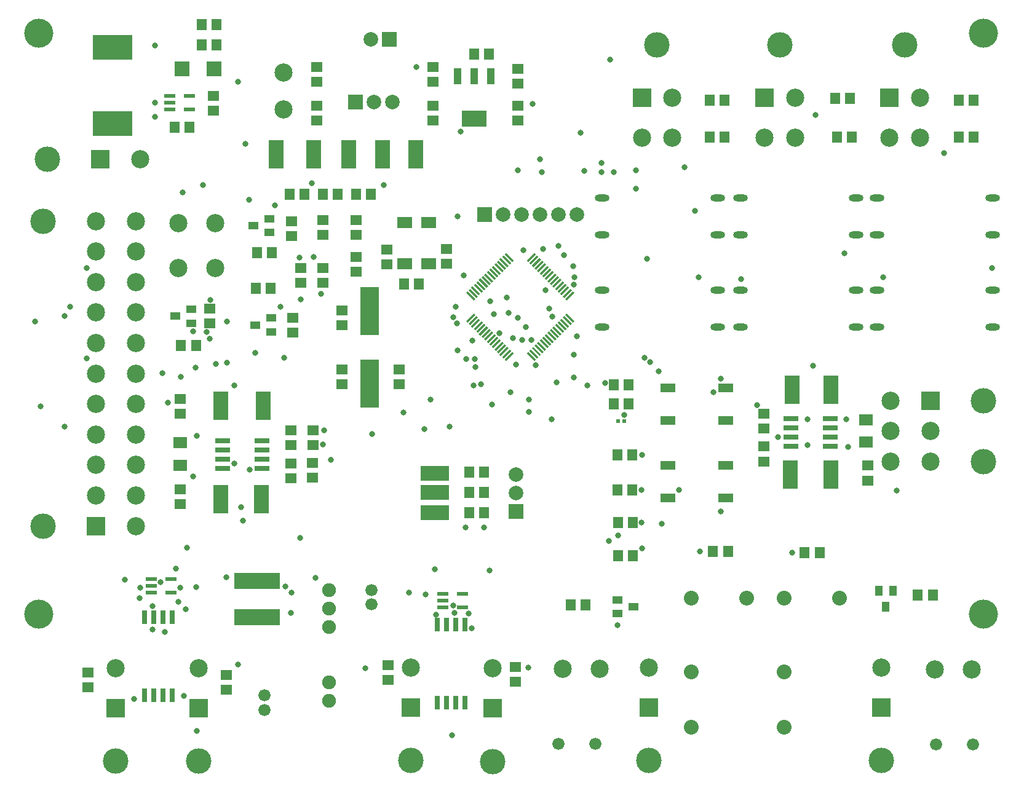
<source format=gts>
G04 #@! TF.FileFunction,Soldermask,Top*
%FSLAX46Y46*%
G04 Gerber Fmt 4.6, Leading zero omitted, Abs format (unit mm)*
G04 Created by KiCad (PCBNEW 4.0.6) date 07/03/17 14:26:51*
%MOMM*%
%LPD*%
G01*
G04 APERTURE LIST*
%ADD10C,0.100000*%
%ADD11C,4.000000*%
%ADD12C,2.500000*%
%ADD13R,2.500000X2.500000*%
%ADD14C,3.508000*%
%ADD15C,1.676400*%
%ADD16C,2.032000*%
%ADD17C,1.905000*%
%ADD18R,1.400000X1.500000*%
%ADD19R,1.000000X1.400000*%
%ADD20R,0.635000X1.905000*%
%ADD21O,2.006600X0.939800*%
%ADD22R,1.500000X1.400000*%
%ADD23R,2.000000X1.600000*%
%ADD24R,2.500000X6.600000*%
%ADD25R,1.500000X0.550000*%
%ADD26R,2.000000X0.750000*%
%ADD27R,1.000000X2.250000*%
%ADD28R,3.500000X2.250000*%
%ADD29R,2.000000X2.000000*%
%ADD30C,2.000000*%
%ADD31R,2.000000X4.000000*%
%ADD32R,4.000000X2.000000*%
%ADD33R,2.000000X1.300000*%
%ADD34R,0.500000X0.500000*%
%ADD35R,1.900000X1.600000*%
%ADD36R,1.400000X1.000000*%
%ADD37R,5.400000X3.500000*%
%ADD38R,6.300000X2.200000*%
%ADD39C,0.800000*%
G04 APERTURE END LIST*
D10*
D11*
X203200000Y-23000000D03*
X203200000Y-103000000D03*
X73200000Y-103000000D03*
D12*
X189128400Y-110400000D03*
D13*
X189128400Y-115900000D03*
D14*
X189128400Y-123200000D03*
D15*
X196669660Y-121000000D03*
X201749660Y-121000000D03*
D16*
X162966400Y-118618000D03*
X162966400Y-110998000D03*
X162966400Y-100838000D03*
X170586400Y-100838000D03*
X175818800Y-118618000D03*
X175818800Y-110998000D03*
X175818800Y-100838000D03*
X183438800Y-100838000D03*
D14*
X73787000Y-48875400D03*
D12*
X86587000Y-48875400D03*
X86587000Y-53075400D03*
X86587000Y-57275400D03*
X86587000Y-61475400D03*
X86587000Y-65675400D03*
X86587000Y-69875400D03*
X86587000Y-74075400D03*
X86587000Y-78275400D03*
X86587000Y-82475400D03*
X86587000Y-86675400D03*
X86587000Y-90875400D03*
X81087000Y-48875400D03*
X81087000Y-53075400D03*
X81087000Y-57275400D03*
X81087000Y-61475400D03*
X81087000Y-65675400D03*
X81087000Y-69875400D03*
X81087000Y-74075400D03*
D13*
X81087000Y-90875400D03*
D12*
X81087000Y-86675400D03*
X81087000Y-82475400D03*
X81087000Y-78275400D03*
D14*
X73787000Y-90875400D03*
D12*
X87171200Y-40335200D03*
D13*
X81671200Y-40335200D03*
D14*
X74371200Y-40335200D03*
D17*
X113155200Y-114935000D03*
X113155200Y-112395000D03*
X113155200Y-104775000D03*
X113155200Y-102235000D03*
X113155200Y-99695000D03*
D12*
X92413200Y-49203200D03*
X97493200Y-49203200D03*
D18*
X168059100Y-94391480D03*
X166009100Y-94391480D03*
D19*
X189801500Y-101963400D03*
X188851500Y-99763400D03*
X190751500Y-99763400D03*
D20*
X131824200Y-104432100D03*
X130554200Y-104432100D03*
X129284200Y-104432100D03*
X128014200Y-104432100D03*
X131824200Y-115176300D03*
X130554200Y-115176300D03*
X129284200Y-115176300D03*
X128014200Y-115176300D03*
D21*
X185699400Y-50749200D03*
X185699400Y-45669200D03*
X185699400Y-58369200D03*
X185699400Y-63449200D03*
X169799000Y-63449200D03*
X169799000Y-58369200D03*
X169799000Y-45669200D03*
X169799000Y-50749200D03*
D22*
X97199291Y-31617175D03*
X97199291Y-33667175D03*
D21*
X166649400Y-50749200D03*
X166649400Y-45669200D03*
X166649400Y-58369200D03*
X166649400Y-63449200D03*
X150749000Y-63449200D03*
X150749000Y-58369200D03*
X150749000Y-45669200D03*
X150749000Y-50749200D03*
X204495400Y-50749200D03*
X204495400Y-45669200D03*
X204495400Y-58369200D03*
X204495400Y-63449200D03*
X188595000Y-63449200D03*
X188595000Y-58369200D03*
X188595000Y-45669200D03*
X188595000Y-50749200D03*
D23*
X126872000Y-54768000D03*
X126872000Y-49118000D03*
X123572000Y-49118000D03*
X123572000Y-54768000D03*
D24*
X118745000Y-71294000D03*
X118745000Y-61294000D03*
D25*
X93879491Y-33545075D03*
X93879491Y-31645075D03*
X91179491Y-31645075D03*
X91179491Y-33545075D03*
X91179491Y-32595075D03*
X91342200Y-100086200D03*
X91342200Y-98186200D03*
X88642200Y-98186200D03*
X88642200Y-100086200D03*
X88642200Y-99136200D03*
X131523200Y-102118200D03*
X131523200Y-100218200D03*
X128823200Y-100218200D03*
X128823200Y-102118200D03*
X128823200Y-101168200D03*
D20*
X91516200Y-103416100D03*
X90246200Y-103416100D03*
X88976200Y-103416100D03*
X87706200Y-103416100D03*
X91516200Y-114160300D03*
X90246200Y-114160300D03*
X88976200Y-114160300D03*
X87706200Y-114160300D03*
D26*
X98483200Y-79120200D03*
X98483200Y-80390200D03*
X98483200Y-81660200D03*
X98483200Y-82930200D03*
X103883200Y-79120200D03*
X103883200Y-80390200D03*
X103883200Y-81660200D03*
X103883200Y-82930200D03*
X182145900Y-79921000D03*
X182145900Y-78651000D03*
X182145900Y-77381000D03*
X182145900Y-76111000D03*
X176745900Y-79921000D03*
X176745900Y-78651000D03*
X176745900Y-77381000D03*
X176745900Y-76111000D03*
D27*
X130796000Y-28956000D03*
X133096000Y-28956000D03*
D28*
X133096000Y-34756000D03*
D27*
X135396000Y-28956000D03*
D29*
X116751100Y-32486600D03*
D30*
X119291100Y-32486600D03*
X121831100Y-32486600D03*
D10*
G36*
X131986024Y-62650544D02*
X133046684Y-61589884D01*
X133258816Y-61802016D01*
X132198156Y-62862676D01*
X131986024Y-62650544D01*
X131986024Y-62650544D01*
G37*
G36*
X132339577Y-63004097D02*
X133400237Y-61943437D01*
X133612369Y-62155569D01*
X132551709Y-63216229D01*
X132339577Y-63004097D01*
X132339577Y-63004097D01*
G37*
G36*
X132693130Y-63357650D02*
X133753790Y-62296990D01*
X133965922Y-62509122D01*
X132905262Y-63569782D01*
X132693130Y-63357650D01*
X132693130Y-63357650D01*
G37*
G36*
X133046684Y-63711204D02*
X134107344Y-62650544D01*
X134319476Y-62862676D01*
X133258816Y-63923336D01*
X133046684Y-63711204D01*
X133046684Y-63711204D01*
G37*
G36*
X133400237Y-64064757D02*
X134460897Y-63004097D01*
X134673029Y-63216229D01*
X133612369Y-64276889D01*
X133400237Y-64064757D01*
X133400237Y-64064757D01*
G37*
G36*
X133753791Y-64418311D02*
X134814451Y-63357651D01*
X135026583Y-63569783D01*
X133965923Y-64630443D01*
X133753791Y-64418311D01*
X133753791Y-64418311D01*
G37*
G36*
X134107344Y-64771864D02*
X135168004Y-63711204D01*
X135380136Y-63923336D01*
X134319476Y-64983996D01*
X134107344Y-64771864D01*
X134107344Y-64771864D01*
G37*
G36*
X134460897Y-65125417D02*
X135521557Y-64064757D01*
X135733689Y-64276889D01*
X134673029Y-65337549D01*
X134460897Y-65125417D01*
X134460897Y-65125417D01*
G37*
G36*
X134814451Y-65478971D02*
X135875111Y-64418311D01*
X136087243Y-64630443D01*
X135026583Y-65691103D01*
X134814451Y-65478971D01*
X134814451Y-65478971D01*
G37*
G36*
X135168004Y-65832524D02*
X136228664Y-64771864D01*
X136440796Y-64983996D01*
X135380136Y-66044656D01*
X135168004Y-65832524D01*
X135168004Y-65832524D01*
G37*
G36*
X135521557Y-66186077D02*
X136582217Y-65125417D01*
X136794349Y-65337549D01*
X135733689Y-66398209D01*
X135521557Y-66186077D01*
X135521557Y-66186077D01*
G37*
G36*
X135875111Y-66539631D02*
X136935771Y-65478971D01*
X137147903Y-65691103D01*
X136087243Y-66751763D01*
X135875111Y-66539631D01*
X135875111Y-66539631D01*
G37*
G36*
X136228664Y-66893184D02*
X137289324Y-65832524D01*
X137501456Y-66044656D01*
X136440796Y-67105316D01*
X136228664Y-66893184D01*
X136228664Y-66893184D01*
G37*
G36*
X136582218Y-67246738D02*
X137642878Y-66186078D01*
X137855010Y-66398210D01*
X136794350Y-67458870D01*
X136582218Y-67246738D01*
X136582218Y-67246738D01*
G37*
G36*
X136935771Y-67600291D02*
X137996431Y-66539631D01*
X138208563Y-66751763D01*
X137147903Y-67812423D01*
X136935771Y-67600291D01*
X136935771Y-67600291D01*
G37*
G36*
X137289324Y-67953844D02*
X138349984Y-66893184D01*
X138562116Y-67105316D01*
X137501456Y-68165976D01*
X137289324Y-67953844D01*
X137289324Y-67953844D01*
G37*
G36*
X145279631Y-59256431D02*
X146340291Y-58195771D01*
X146552423Y-58407903D01*
X145491763Y-59468563D01*
X145279631Y-59256431D01*
X145279631Y-59256431D01*
G37*
G36*
X144926078Y-58902878D02*
X145986738Y-57842218D01*
X146198870Y-58054350D01*
X145138210Y-59115010D01*
X144926078Y-58902878D01*
X144926078Y-58902878D01*
G37*
G36*
X144572524Y-58549324D02*
X145633184Y-57488664D01*
X145845316Y-57700796D01*
X144784656Y-58761456D01*
X144572524Y-58549324D01*
X144572524Y-58549324D01*
G37*
G36*
X144218971Y-58195771D02*
X145279631Y-57135111D01*
X145491763Y-57347243D01*
X144431103Y-58407903D01*
X144218971Y-58195771D01*
X144218971Y-58195771D01*
G37*
G36*
X143865417Y-57842217D02*
X144926077Y-56781557D01*
X145138209Y-56993689D01*
X144077549Y-58054349D01*
X143865417Y-57842217D01*
X143865417Y-57842217D01*
G37*
G36*
X143511864Y-57488664D02*
X144572524Y-56428004D01*
X144784656Y-56640136D01*
X143723996Y-57700796D01*
X143511864Y-57488664D01*
X143511864Y-57488664D01*
G37*
G36*
X143158311Y-57135111D02*
X144218971Y-56074451D01*
X144431103Y-56286583D01*
X143370443Y-57347243D01*
X143158311Y-57135111D01*
X143158311Y-57135111D01*
G37*
G36*
X142804757Y-56781557D02*
X143865417Y-55720897D01*
X144077549Y-55933029D01*
X143016889Y-56993689D01*
X142804757Y-56781557D01*
X142804757Y-56781557D01*
G37*
G36*
X142451204Y-56428004D02*
X143511864Y-55367344D01*
X143723996Y-55579476D01*
X142663336Y-56640136D01*
X142451204Y-56428004D01*
X142451204Y-56428004D01*
G37*
G36*
X142097651Y-56074451D02*
X143158311Y-55013791D01*
X143370443Y-55225923D01*
X142309783Y-56286583D01*
X142097651Y-56074451D01*
X142097651Y-56074451D01*
G37*
G36*
X141744097Y-55720897D02*
X142804757Y-54660237D01*
X143016889Y-54872369D01*
X141956229Y-55933029D01*
X141744097Y-55720897D01*
X141744097Y-55720897D01*
G37*
G36*
X141390544Y-55367344D02*
X142451204Y-54306684D01*
X142663336Y-54518816D01*
X141602676Y-55579476D01*
X141390544Y-55367344D01*
X141390544Y-55367344D01*
G37*
G36*
X141036990Y-55013790D02*
X142097650Y-53953130D01*
X142309782Y-54165262D01*
X141249122Y-55225922D01*
X141036990Y-55013790D01*
X141036990Y-55013790D01*
G37*
G36*
X140683437Y-54660237D02*
X141744097Y-53599577D01*
X141956229Y-53811709D01*
X140895569Y-54872369D01*
X140683437Y-54660237D01*
X140683437Y-54660237D01*
G37*
G36*
X140329884Y-54306684D02*
X141390544Y-53246024D01*
X141602676Y-53458156D01*
X140542016Y-54518816D01*
X140329884Y-54306684D01*
X140329884Y-54306684D01*
G37*
G36*
X145633184Y-59609984D02*
X146693844Y-58549324D01*
X146905976Y-58761456D01*
X145845316Y-59822116D01*
X145633184Y-59609984D01*
X145633184Y-59609984D01*
G37*
G36*
X140329884Y-67105316D02*
X140542016Y-66893184D01*
X141602676Y-67953844D01*
X141390544Y-68165976D01*
X140329884Y-67105316D01*
X140329884Y-67105316D01*
G37*
G36*
X140683437Y-66751763D02*
X140895569Y-66539631D01*
X141956229Y-67600291D01*
X141744097Y-67812423D01*
X140683437Y-66751763D01*
X140683437Y-66751763D01*
G37*
G36*
X141036990Y-66398210D02*
X141249122Y-66186078D01*
X142309782Y-67246738D01*
X142097650Y-67458870D01*
X141036990Y-66398210D01*
X141036990Y-66398210D01*
G37*
G36*
X141390544Y-66044656D02*
X141602676Y-65832524D01*
X142663336Y-66893184D01*
X142451204Y-67105316D01*
X141390544Y-66044656D01*
X141390544Y-66044656D01*
G37*
G36*
X141744097Y-65691103D02*
X141956229Y-65478971D01*
X143016889Y-66539631D01*
X142804757Y-66751763D01*
X141744097Y-65691103D01*
X141744097Y-65691103D01*
G37*
G36*
X142097651Y-65337549D02*
X142309783Y-65125417D01*
X143370443Y-66186077D01*
X143158311Y-66398209D01*
X142097651Y-65337549D01*
X142097651Y-65337549D01*
G37*
G36*
X142451204Y-64983996D02*
X142663336Y-64771864D01*
X143723996Y-65832524D01*
X143511864Y-66044656D01*
X142451204Y-64983996D01*
X142451204Y-64983996D01*
G37*
G36*
X142804757Y-64630443D02*
X143016889Y-64418311D01*
X144077549Y-65478971D01*
X143865417Y-65691103D01*
X142804757Y-64630443D01*
X142804757Y-64630443D01*
G37*
G36*
X143158311Y-64276889D02*
X143370443Y-64064757D01*
X144431103Y-65125417D01*
X144218971Y-65337549D01*
X143158311Y-64276889D01*
X143158311Y-64276889D01*
G37*
G36*
X143511864Y-63923336D02*
X143723996Y-63711204D01*
X144784656Y-64771864D01*
X144572524Y-64983996D01*
X143511864Y-63923336D01*
X143511864Y-63923336D01*
G37*
G36*
X143865417Y-63569783D02*
X144077549Y-63357651D01*
X145138209Y-64418311D01*
X144926077Y-64630443D01*
X143865417Y-63569783D01*
X143865417Y-63569783D01*
G37*
G36*
X144218971Y-63216229D02*
X144431103Y-63004097D01*
X145491763Y-64064757D01*
X145279631Y-64276889D01*
X144218971Y-63216229D01*
X144218971Y-63216229D01*
G37*
G36*
X144572524Y-62862676D02*
X144784656Y-62650544D01*
X145845316Y-63711204D01*
X145633184Y-63923336D01*
X144572524Y-62862676D01*
X144572524Y-62862676D01*
G37*
G36*
X144926078Y-62509122D02*
X145138210Y-62296990D01*
X146198870Y-63357650D01*
X145986738Y-63569782D01*
X144926078Y-62509122D01*
X144926078Y-62509122D01*
G37*
G36*
X145279631Y-62155569D02*
X145491763Y-61943437D01*
X146552423Y-63004097D01*
X146340291Y-63216229D01*
X145279631Y-62155569D01*
X145279631Y-62155569D01*
G37*
G36*
X145633184Y-61802016D02*
X145845316Y-61589884D01*
X146905976Y-62650544D01*
X146693844Y-62862676D01*
X145633184Y-61802016D01*
X145633184Y-61802016D01*
G37*
G36*
X137289324Y-53458156D02*
X137501456Y-53246024D01*
X138562116Y-54306684D01*
X138349984Y-54518816D01*
X137289324Y-53458156D01*
X137289324Y-53458156D01*
G37*
G36*
X136935771Y-53811709D02*
X137147903Y-53599577D01*
X138208563Y-54660237D01*
X137996431Y-54872369D01*
X136935771Y-53811709D01*
X136935771Y-53811709D01*
G37*
G36*
X136582218Y-54165262D02*
X136794350Y-53953130D01*
X137855010Y-55013790D01*
X137642878Y-55225922D01*
X136582218Y-54165262D01*
X136582218Y-54165262D01*
G37*
G36*
X136228664Y-54518816D02*
X136440796Y-54306684D01*
X137501456Y-55367344D01*
X137289324Y-55579476D01*
X136228664Y-54518816D01*
X136228664Y-54518816D01*
G37*
G36*
X135875111Y-54872369D02*
X136087243Y-54660237D01*
X137147903Y-55720897D01*
X136935771Y-55933029D01*
X135875111Y-54872369D01*
X135875111Y-54872369D01*
G37*
G36*
X135521557Y-55225923D02*
X135733689Y-55013791D01*
X136794349Y-56074451D01*
X136582217Y-56286583D01*
X135521557Y-55225923D01*
X135521557Y-55225923D01*
G37*
G36*
X135168004Y-55579476D02*
X135380136Y-55367344D01*
X136440796Y-56428004D01*
X136228664Y-56640136D01*
X135168004Y-55579476D01*
X135168004Y-55579476D01*
G37*
G36*
X134814451Y-55933029D02*
X135026583Y-55720897D01*
X136087243Y-56781557D01*
X135875111Y-56993689D01*
X134814451Y-55933029D01*
X134814451Y-55933029D01*
G37*
G36*
X134460897Y-56286583D02*
X134673029Y-56074451D01*
X135733689Y-57135111D01*
X135521557Y-57347243D01*
X134460897Y-56286583D01*
X134460897Y-56286583D01*
G37*
G36*
X134107344Y-56640136D02*
X134319476Y-56428004D01*
X135380136Y-57488664D01*
X135168004Y-57700796D01*
X134107344Y-56640136D01*
X134107344Y-56640136D01*
G37*
G36*
X133753791Y-56993689D02*
X133965923Y-56781557D01*
X135026583Y-57842217D01*
X134814451Y-58054349D01*
X133753791Y-56993689D01*
X133753791Y-56993689D01*
G37*
G36*
X133400237Y-57347243D02*
X133612369Y-57135111D01*
X134673029Y-58195771D01*
X134460897Y-58407903D01*
X133400237Y-57347243D01*
X133400237Y-57347243D01*
G37*
G36*
X133046684Y-57700796D02*
X133258816Y-57488664D01*
X134319476Y-58549324D01*
X134107344Y-58761456D01*
X133046684Y-57700796D01*
X133046684Y-57700796D01*
G37*
G36*
X132693130Y-58054350D02*
X132905262Y-57842218D01*
X133965922Y-58902878D01*
X133753790Y-59115010D01*
X132693130Y-58054350D01*
X132693130Y-58054350D01*
G37*
G36*
X132339577Y-58407903D02*
X132551709Y-58195771D01*
X133612369Y-59256431D01*
X133400237Y-59468563D01*
X132339577Y-58407903D01*
X132339577Y-58407903D01*
G37*
G36*
X131986024Y-58761456D02*
X132198156Y-58549324D01*
X133258816Y-59609984D01*
X133046684Y-59822116D01*
X131986024Y-58761456D01*
X131986024Y-58761456D01*
G37*
D31*
X98255200Y-74337200D03*
X98255200Y-87161200D03*
X104097200Y-74337200D03*
X103843200Y-87161200D03*
X182239900Y-83796000D03*
X182239900Y-72112000D03*
X176651900Y-83796000D03*
X176905900Y-72112000D03*
X125095000Y-39686000D03*
X120523000Y-39686000D03*
X115824000Y-39686000D03*
X105829100Y-39660600D03*
X110998000Y-39686000D03*
D32*
X127721400Y-89053800D03*
X127721400Y-83592800D03*
X127721400Y-86259800D03*
D33*
X159779200Y-82535200D03*
X159779200Y-87035200D03*
X167779200Y-87035200D03*
X167779200Y-82535200D03*
X167779200Y-76367200D03*
X167779200Y-71867200D03*
X159779200Y-71867200D03*
X159779200Y-76367200D03*
D34*
X153801200Y-76397100D03*
X152901200Y-76397100D03*
D18*
X199847200Y-32207200D03*
X201897200Y-32207200D03*
X182829200Y-31953200D03*
X184879200Y-31953200D03*
X165557200Y-32207200D03*
X167607200Y-32207200D03*
X152351200Y-71447100D03*
X154401200Y-71447100D03*
D22*
X79959200Y-111074200D03*
X79959200Y-113124200D03*
X99009200Y-111391700D03*
X99009200Y-113441700D03*
X138809200Y-110312200D03*
X138809200Y-112362200D03*
X121283200Y-110058200D03*
X121283200Y-112108200D03*
D18*
X148437600Y-101777800D03*
X146387600Y-101777800D03*
X194193160Y-100431600D03*
X196243160Y-100431600D03*
D15*
X144760000Y-120900000D03*
X149840000Y-120900000D03*
D35*
X92667200Y-82527200D03*
X92667200Y-79427200D03*
D22*
X107907200Y-77701200D03*
X107907200Y-79751200D03*
X187319900Y-84620000D03*
X187319900Y-82570000D03*
D35*
X187065900Y-76238000D03*
X187065900Y-79338000D03*
D22*
X173019700Y-75374400D03*
X173019700Y-77424400D03*
X139103100Y-29946600D03*
X139103100Y-27896600D03*
X127419100Y-29692600D03*
X127419100Y-27642600D03*
X111417100Y-29692600D03*
X111417100Y-27642600D03*
D18*
X125476000Y-57531000D03*
X123426000Y-57531000D03*
X134514400Y-89053800D03*
X132464400Y-89053800D03*
X134514400Y-86259800D03*
X132464400Y-86259800D03*
D22*
X122809000Y-69342000D03*
X122809000Y-71392000D03*
X107942500Y-48878200D03*
X107942500Y-50928200D03*
D18*
X105263600Y-53214500D03*
X103213600Y-53214500D03*
D22*
X108153200Y-62179200D03*
X108153200Y-64229200D03*
D18*
X105105200Y-58115200D03*
X103055200Y-58115200D03*
D22*
X96716600Y-60921200D03*
X96716600Y-62971200D03*
D18*
X94811600Y-66001200D03*
X92761600Y-66001200D03*
D36*
X155074800Y-102019100D03*
X152874800Y-102969100D03*
X152874800Y-101069100D03*
X102728500Y-49531500D03*
X104928500Y-48581500D03*
X104928500Y-50481500D03*
X102989200Y-63195200D03*
X105189200Y-62245200D03*
X105189200Y-64145200D03*
X91959000Y-61988000D03*
X94159000Y-61038000D03*
X94159000Y-62938000D03*
D37*
X83375000Y-35475000D03*
X83375000Y-24975000D03*
D38*
X103249200Y-98414200D03*
X103249200Y-103414200D03*
D13*
X190303200Y-31903200D03*
D12*
X194503200Y-31903200D03*
X190303200Y-37403200D03*
X194503200Y-37403200D03*
D14*
X192403200Y-24603200D03*
D13*
X173103200Y-31903200D03*
D12*
X177303200Y-31903200D03*
X173103200Y-37403200D03*
X177303200Y-37403200D03*
D14*
X175203200Y-24603200D03*
D13*
X156192800Y-31887200D03*
D12*
X160392800Y-31887200D03*
X156192800Y-37387200D03*
X160392800Y-37387200D03*
D14*
X158292800Y-24587200D03*
D12*
X83769200Y-110466200D03*
D13*
X83769200Y-115966200D03*
D14*
X83769200Y-123266200D03*
D12*
X95199200Y-110466200D03*
D13*
X95199200Y-115966200D03*
D14*
X95199200Y-123266200D03*
D12*
X135700000Y-110500000D03*
D13*
X135700000Y-116000000D03*
D14*
X135700000Y-123300000D03*
D12*
X124400000Y-110400000D03*
D13*
X124400000Y-115900000D03*
D14*
X124400000Y-123200000D03*
D12*
X157200000Y-110400000D03*
D13*
X157200000Y-115900000D03*
D14*
X157200000Y-123200000D03*
X203203200Y-82003200D03*
D12*
X190403200Y-82003200D03*
X190403200Y-77803200D03*
X190403200Y-73603200D03*
D13*
X195903200Y-73603200D03*
D12*
X195903200Y-77803200D03*
X195903200Y-82003200D03*
D14*
X203203200Y-73603200D03*
D29*
X121412000Y-23876000D03*
D30*
X118872000Y-23876000D03*
D29*
X134569200Y-47955200D03*
D30*
X137109200Y-47955200D03*
X139649200Y-47955200D03*
X142189200Y-47955200D03*
X144729200Y-47955200D03*
X147269200Y-47955200D03*
D29*
X138887200Y-88849200D03*
D30*
X138887200Y-86309200D03*
X138887200Y-83769200D03*
D12*
X145313400Y-110566200D03*
X150393400Y-110566200D03*
X201650600Y-110617000D03*
X196570600Y-110617000D03*
X106845100Y-33502600D03*
X106845100Y-28422600D03*
X92405200Y-55321200D03*
X97485200Y-55321200D03*
D29*
X97322691Y-27876875D03*
X92922691Y-27876875D03*
D18*
X152908000Y-94996000D03*
X154958000Y-94996000D03*
X199847200Y-37287200D03*
X201897200Y-37287200D03*
X183083200Y-37287200D03*
X185133200Y-37287200D03*
X165557200Y-37287200D03*
X167607200Y-37287200D03*
X180662800Y-94543880D03*
X178612800Y-94543880D03*
D22*
X139103100Y-35026600D03*
X139103100Y-32976600D03*
X127419100Y-35026600D03*
X127419100Y-32976600D03*
X111417100Y-35026600D03*
X111417100Y-32976600D03*
D18*
X154975560Y-90392760D03*
X152925560Y-90392760D03*
X154899360Y-85922360D03*
X152849360Y-85922360D03*
X154899360Y-81070960D03*
X152849360Y-81070960D03*
X93897691Y-35976875D03*
X91847691Y-35976875D03*
X97622691Y-24651875D03*
X95572691Y-24651875D03*
X97622691Y-21826875D03*
X95572691Y-21826875D03*
X152326200Y-74047100D03*
X154376200Y-74047100D03*
D15*
X118953200Y-99703200D03*
X118953200Y-101703200D03*
X104265200Y-116189000D03*
X104265200Y-114189000D03*
D22*
X92667200Y-75415200D03*
X92667200Y-73365200D03*
X92667200Y-85829200D03*
X92667200Y-87879200D03*
X107907200Y-84305200D03*
X107907200Y-82255200D03*
X110883200Y-84236200D03*
X110883200Y-82186200D03*
X110955200Y-77701200D03*
X110955200Y-79751200D03*
X173019700Y-81978400D03*
X173019700Y-79928400D03*
D18*
X135146000Y-25908000D03*
X133096000Y-25908000D03*
D22*
X129286000Y-54737000D03*
X129286000Y-52687000D03*
D18*
X134514400Y-83465800D03*
X132464400Y-83465800D03*
D22*
X121107200Y-52781200D03*
X121107200Y-54831200D03*
X114935000Y-61214000D03*
X114935000Y-63264000D03*
X114935000Y-69342000D03*
X114935000Y-71392000D03*
X116840000Y-53848000D03*
X116840000Y-55898000D03*
X109220000Y-57404000D03*
X109220000Y-55354000D03*
X112268000Y-55354000D03*
X112268000Y-57404000D03*
D18*
X107696000Y-45212000D03*
X109746000Y-45212000D03*
D22*
X112268000Y-48768000D03*
X112268000Y-50818000D03*
D18*
X112250000Y-45212000D03*
X114300000Y-45212000D03*
D22*
X116840000Y-48768000D03*
X116840000Y-50818000D03*
D18*
X116822000Y-45212000D03*
X118872000Y-45212000D03*
D11*
X73200000Y-23000000D03*
D39*
X112014000Y-58928000D03*
X106426000Y-60706000D03*
X99060000Y-62737998D03*
X92710006Y-70358000D03*
X90932000Y-73914000D03*
X152874980Y-104556560D03*
X110998000Y-53848000D03*
X102108000Y-45974000D03*
X153797000Y-75565000D03*
X152908000Y-92202000D03*
X89197691Y-32601875D03*
X89197691Y-24676875D03*
X135813800Y-61658500D03*
X96837500Y-59728100D03*
X143902488Y-62059457D03*
X139720064Y-65288445D03*
X141033500Y-65239900D03*
X112268000Y-79679800D03*
X113432200Y-81737200D03*
X94819900Y-99264210D03*
X89916000Y-98653600D03*
X132778200Y-104978200D03*
X107983199Y-100068201D03*
X141173200Y-32715200D03*
X100090011Y-82306364D03*
X179781200Y-68783200D03*
X184099200Y-53289200D03*
X164033200Y-56591200D03*
X197840220Y-39546746D03*
X163525200Y-47447200D03*
X93421200Y-102311200D03*
X93167200Y-114249200D03*
X136633022Y-64342288D03*
X179019200Y-76149200D03*
X142627001Y-52711001D03*
X135331200Y-59893200D03*
X142951200Y-58369200D03*
X142163800Y-40360600D03*
X138430000Y-65024000D03*
X130556000Y-60706000D03*
X166014400Y-72466200D03*
X167081200Y-88849200D03*
X179019200Y-79705200D03*
X141556505Y-68744985D03*
X139882762Y-52856943D03*
X143459200Y-60909200D03*
X130230785Y-62148553D03*
X147269200Y-64751602D03*
X130758798Y-62941200D03*
X100629401Y-29672599D03*
X107125000Y-99203200D03*
X191287400Y-85979000D03*
X101650000Y-38275000D03*
X99034913Y-97960985D03*
X111239702Y-98031702D03*
X100081986Y-71520414D03*
X101295200Y-90119200D03*
X100990012Y-88290012D03*
X88825000Y-105175000D03*
X127886939Y-103067966D03*
X90551000Y-105474002D03*
X125171200Y-27635200D03*
X110744004Y-43688000D03*
X92964000Y-44958000D03*
X120650000Y-43942000D03*
X109220000Y-59690000D03*
X109094101Y-53923899D03*
X105664000Y-46736000D03*
X135255000Y-97028000D03*
X127711200Y-96839190D03*
X131267200Y-36525200D03*
X92022200Y-96723200D03*
X184607200Y-79959200D03*
X184353200Y-76149200D03*
X102185604Y-83135604D03*
X112471200Y-77673200D03*
X94437200Y-84023200D03*
X94945200Y-78435200D03*
X140550900Y-110375700D03*
X94945200Y-119075200D03*
X86309200Y-114712791D03*
X130073400Y-119684800D03*
X107899200Y-102819200D03*
X130262752Y-101850804D03*
X92684600Y-99364800D03*
X126441200Y-100305610D03*
X124155200Y-100025200D03*
X138886091Y-68631909D03*
X146812000Y-67310000D03*
X126252859Y-77569046D03*
X85039200Y-98247200D03*
X129743200Y-77165200D03*
X87122000Y-99415600D03*
X87071200Y-100787200D03*
X151117300Y-71145400D03*
X134039084Y-71311328D03*
X156235400Y-81051400D03*
X158529778Y-69573665D03*
X146761200Y-55067200D03*
X156107360Y-85922360D03*
X157357641Y-68302109D03*
X146906436Y-56645348D03*
X156183560Y-90392760D03*
X156592173Y-67735410D03*
X146827844Y-57594512D03*
X164185600Y-94358460D03*
X176916080Y-94528640D03*
X156210000Y-93980000D03*
X99051967Y-68399913D03*
X180086000Y-34239200D03*
X139141200Y-41859200D03*
X142443200Y-42113200D03*
X119075200Y-78225722D03*
X79756000Y-55372000D03*
X148234400Y-41960800D03*
X147751800Y-36753800D03*
X77470000Y-60706000D03*
X118110000Y-110490000D03*
X100584000Y-109982000D03*
X162077400Y-41427400D03*
X204419200Y-55321200D03*
X96293293Y-64170661D03*
X94386400Y-64059165D03*
X132861751Y-65383159D03*
X123423362Y-75278515D03*
X137617200Y-59385200D03*
X127146031Y-73463190D03*
X106928745Y-67721655D03*
X132035000Y-67900000D03*
X130810000Y-66675000D03*
X167081200Y-70561200D03*
X161315400Y-85928200D03*
X172053210Y-74263210D03*
X144696820Y-52273200D03*
X133200000Y-67900000D03*
X137890262Y-61525190D03*
X158978600Y-90561160D03*
X144482481Y-71074010D03*
X140624010Y-73454420D03*
X143764000Y-76200000D03*
X130437379Y-102831808D03*
X132334367Y-102961886D03*
X88823800Y-101930200D03*
X92405200Y-101295200D03*
X140624010Y-75193814D03*
X148692383Y-71542629D03*
X133071802Y-71522232D03*
X150633418Y-40905418D03*
X152349200Y-42113200D03*
X155397200Y-41859200D03*
X151841200Y-26619200D03*
X150615610Y-42114209D03*
X155397200Y-44399200D03*
X189465200Y-56591200D03*
X156921200Y-54051200D03*
X169875200Y-56889200D03*
X89150000Y-34525000D03*
X95758000Y-43942000D03*
X151638000Y-92964000D03*
X146830000Y-70420000D03*
X131700000Y-56340000D03*
X174982511Y-78649990D03*
X145491200Y-53543200D03*
X133300000Y-69000000D03*
X139141200Y-62179200D03*
X103000000Y-67000000D03*
X96696751Y-65074542D03*
X138101245Y-72485290D03*
X97536000Y-68579998D03*
X94742002Y-69088000D03*
X135585200Y-74117200D03*
X140208000Y-63500000D03*
X130810000Y-48260000D03*
X134493000Y-91059000D03*
X109169200Y-92531801D03*
X93599000Y-93853000D03*
X131953000Y-91059000D03*
X76708000Y-61976000D03*
X72644000Y-62738000D03*
X73406000Y-74422000D03*
X76708000Y-77216000D03*
X79756000Y-67818000D03*
X90170000Y-69850000D03*
M02*

</source>
